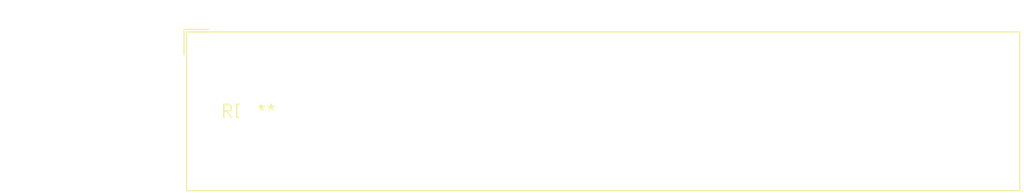
<source format=kicad_pcb>
(kicad_pcb (version 20240108) (generator pcbnew)
  (layers (0 "F.Cu" signal) (31 "B.Cu" signal) (34 "B.Paste" user) (35 "F.Paste" user) (36 "B.SilkS" user "B.Silkscreen") (37 "F.SilkS" user "F.Silkscreen") (38 "B.Mask" user) (39 "F.Mask" user) (44 "Edge.Cuts" user))
  (net 0 "")
  (footprint "TerminalBlock_Dinkle_DT-55-B01X-08_P10.00mm" (layer "F.Cu") (at 0 0)
    (property "Reference" "REF**")
    (property "Value" "TerminalBlock_Dinkle_DT-55-B01X-08_P10.00mm")
    (fp_line (start -6.35 -8.1) (end -3.85 -8.1) (layer "F.SilkS") (stroke (width 0.12)))
    (fp_line (start -6.35 -5.6) (end -6.35 -8.1) (layer "F.SilkS") (stroke (width 0.12)))
    (fp_line (start -6.1 -7.85) (end 76.1 -7.85) (layer "F.SilkS") (stroke (width 0.12)))
    (fp_line (start -6.1 7.85) (end -6.1 -7.85) (layer "F.SilkS") (stroke (width 0.12)))
    (fp_line (start -6.1 7.85) (end 76.1 7.85) (layer "F.SilkS") (stroke (width 0.12)))
    (fp_line (start 76.1 -7.85) (end 76.1 7.85) (layer "F.SilkS") (stroke (width 0.12)))
    (pad "1" thru_hole rect (at 0 0) (size 3.3 6.6) (drill 2.2) (layers *.Cu *.Mask) (remove_unused_layers))
    (pad "2" thru_hole oval (at 10 0) (size 3.3 6.6) (drill 2.2) (layers *.Cu *.Mask) (remove_unused_layers))
    (pad "3" thru_hole oval (at 20 0) (size 3.3 6.6) (drill 2.2) (layers *.Cu *.Mask) (remove_unused_layers))
    (pad "4" thru_hole oval (at 30 0) (size 3.3 6.6) (drill 2.2) (layers *.Cu *.Mask) (remove_unused_layers))
    (pad "5" thru_hole oval (at 40 0) (size 3.3 6.6) (drill 2.2) (layers *.Cu *.Mask) (remove_unused_layers))
    (pad "6" thru_hole oval (at 50 0) (size 3.3 6.6) (drill 2.2) (layers *.Cu *.Mask) (remove_unused_layers))
    (pad "7" thru_hole oval (at 60 0) (size 3.3 6.6) (drill 2.2) (layers *.Cu *.Mask) (remove_unused_layers))
    (pad "8" thru_hole oval (at 70 0) (size 3.3 6.6) (drill 2.2) (layers *.Cu *.Mask) (remove_unused_layers))
  )
)
</source>
